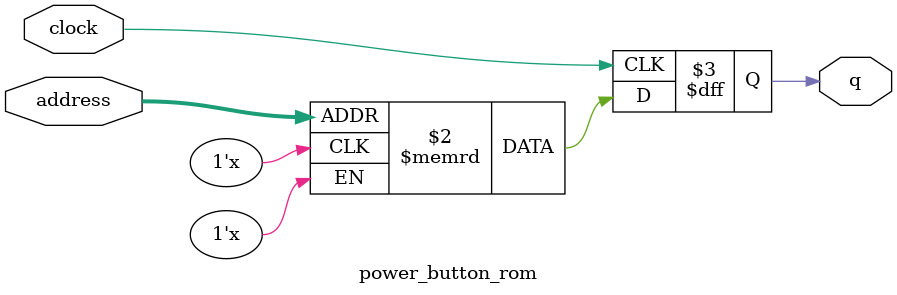
<source format=sv>
module power_button_rom (
	input logic clock,
	input logic [10:0] address,
	output logic [0:0] q
);

logic [0:0] memory [0:1759] /* synthesis ram_init_file = "./power_button/power_button.mif" */;

always_ff @ (posedge clock) begin
	q <= memory[address];
end

endmodule

</source>
